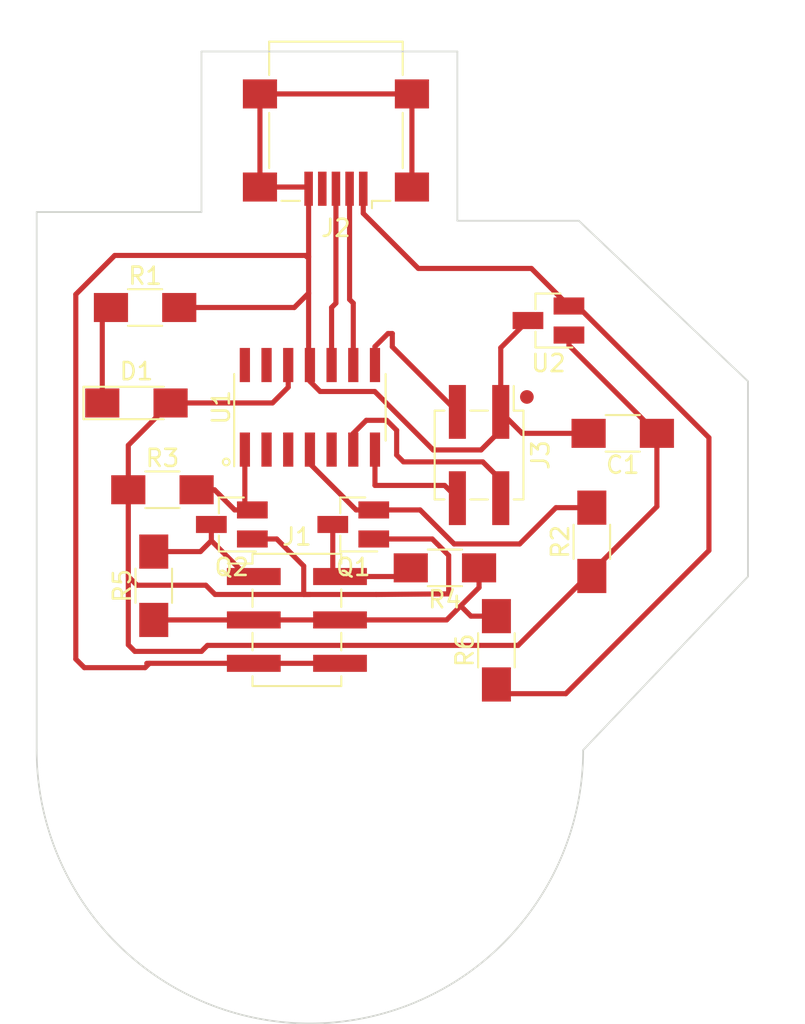
<source format=kicad_pcb>
(kicad_pcb (version 20211014) (generator pcbnew)
  (layers (0 "F.Cu" signal) (31 "B.Cu" signal) (34 "B.Paste" user) (35 "F.Paste" user) (36 "B.SilkS" user "B.Silkscreen") (37 "F.SilkS" user "F.Silkscreen") (38 "B.Mask" user) (39 "F.Mask" user) (44 "Edge.Cuts" user))
  (net 0 "")
  (net 1 "gnd")
  (net 2 "vdd")
  (net 3 "mosfet2")
  (net 4 "mosfet1")
  (net 5 "5v")
  (net 6 "d-")
  (net 7 "d+")
  (net 9 "rst")
  (net 10 "dio")
  (net 11 "clk")
  (net 12 "pwm1")
  (net 13 "pwm2")
  (net 19 "Net-(D1-Pad1)")
  (footprint "Connector_USB:USB_Mini-B_Lumberg_2486_01_Horizontal" (layer "F.Cu") (at 145.542 65.278 180)
    (fp_text reference "J2" (at 0 -5) (layer "F.SilkS"))
    (fp_text value "USB_B_Micro")
    (fp_line (start -3.91 1.74) (end -3.91 -1.49) (layer "F.SilkS") (width 0.12))
    (fp_line (start 2.11 -3.41) (end 3.19 -3.41) (layer "F.SilkS") (width 0.12))
    (fp_line (start 3.91 1.74) (end 3.91 -1.49) (layer "F.SilkS") (width 0.12))
    (fp_line (start 3.91 5.91) (end 3.91 3.96) (layer "F.SilkS") (width 0.12))
    (fp_line (start -3.19 -3.41) (end -2.11 -3.41) (layer "F.SilkS") (width 0.12))
    (fp_line (start -3.91 5.91) (end -3.91 3.96) (layer "F.SilkS") (width 0.12))
    (fp_line (start 3.91 5.91) (end -3.91 5.91) (layer "F.SilkS") (width 0.12))
    (fp_line (start -2.11 -3.41) (end -2.11 -3.84) (layer "F.SilkS") (width 0.12))
    (pad "" np_thru_hole circle (at -2.2 0 180) (size 1 1) (drill 1) (layers *.Cu *.Mask))
    (pad "" np_thru_hole circle (at 2.2 0 180) (size 1 1) (drill 1) (layers *.Cu *.Mask))
    (pad "1" smd rect (at -1.6 -2.7 180) (size 0.5 2) (layers "F.Cu" "F.Paste" "F.Mask") (net 5 "5v"))
    (pad "2" smd rect (at -0.8 -2.7 180) (size 0.5 2) (layers "F.Cu" "F.Paste" "F.Mask") (net 6 "d-"))
    (pad "3" smd rect (at 0 -2.7 180) (size 0.5 2) (layers "F.Cu" "F.Paste" "F.Mask") (net 7 "d+"))
    (pad "4" smd rect (at 0.8 -2.7 180) (size 0.5 2) (layers "F.Cu" "F.Paste" "F.Mask"))
    (pad "5" smd rect (at 1.6 -2.7 180) (size 0.5 2) (layers "F.Cu" "F.Paste" "F.Mask") (net 1 "gnd"))
    (pad "6" smd rect (at -4.45 2.85 180) (size 2 1.7) (layers "F.Cu" "F.Paste" "F.Mask") (net 1 "gnd"))
    (pad "6" smd rect (at -4.45 -2.6 180) (size 2 1.7) (layers "F.Cu" "F.Paste" "F.Mask") (net 1 "gnd"))
    (pad "6" smd rect (at 4.45 2.85 180) (size 2 1.7) (layers "F.Cu" "F.Paste" "F.Mask") (net 1 "gnd"))
    (pad "6" smd rect (at 4.45 -2.6 180) (size 2 1.7) (layers "F.Cu" "F.Paste" "F.Mask") (net 1 "gnd"))
  )
  (footprint "fab:R_1206" (layer "F.Cu") (at 151.924 90.17 180)
    (fp_text reference "R4" (at 0 -1.85) (layer "F.SilkS"))
    (fp_text value "R")
    (fp_line (start -1 -1.07) (end 1 -1.07) (layer "F.SilkS") (width 0.12))
    (fp_line (start 1 1.07) (end -1 1.07) (layer "F.SilkS") (width 0.12))
    (pad "1" smd rect locked (at -2 0 180) (size 2 1.7) (layers "F.Cu" "F.Paste" "F.Mask") (net 5 "5v"))
    (pad "2" smd rect locked (at 2 0 180) (size 2 1.7) (layers "F.Cu" "F.Paste" "F.Mask") (net 4 "mosfet1"))
  )
  (footprint "fab:R_1206" (layer "F.Cu") (at 160.528 88.646 90)
    (fp_text reference "R2" (at 0 -1.85 90) (layer "F.SilkS"))
    (fp_text value "R")
    (fp_line (start 1 1.07) (end -1 1.07) (layer "F.SilkS") (width 0.12))
    (fp_line (start -1 -1.07) (end 1 -1.07) (layer "F.SilkS") (width 0.12))
    (pad "1" smd rect locked (at -2 0 90) (size 2 1.7) (layers "F.Cu" "F.Paste" "F.Mask") (net 2 "vdd"))
    (pad "2" smd rect locked (at 2 0 90) (size 2 1.7) (layers "F.Cu" "F.Paste" "F.Mask") (net 12 "pwm1"))
  )
  (footprint "fab:SOT-23" (layer "F.Cu") (at 157.988 75.692 180)
    (fp_text reference "U2" (at 0 -2.5) (layer "F.SilkS"))
    (fp_text value "Regulator_Linear_LM3480-3.3V-100mA")
    (fp_line (start 0.76 -1.58) (end 0.76 -0.65) (layer "F.SilkS") (width 0.12))
    (fp_line (start 0.76 -1.58) (end -1.4 -1.58) (layer "F.SilkS") (width 0.12))
    (fp_line (start 0.76 1.58) (end -0.7 1.58) (layer "F.SilkS") (width 0.12))
    (fp_line (start 0.76 1.58) (end 0.76 0.65) (layer "F.SilkS") (width 0.12))
    (pad "1" smd rect locked (at -1.2 -0.85 180) (size 1.8 1) (layers "F.Cu" "F.Paste" "F.Mask") (net 2 "vdd"))
    (pad "2" smd rect locked (at -1.2 0.85 180) (size 1.8 1) (layers "F.Cu" "F.Paste" "F.Mask") (net 5 "5v"))
    (pad "3" smd rect locked (at 1.2 0 180) (size 1.8 1) (layers "F.Cu" "F.Paste" "F.Mask") (net 1 "gnd"))
  )
  (footprint "fab:PinHeader_2x02_P2.54mm_Vertical_SMD" (layer "F.Cu") (at 153.924 83.566 -90)
    (fp_text reference "J3" (at 0 -3.6 90) (layer "F.SilkS"))
    (fp_text value "Conn_PinHeader_2x02_P2.54mm_Vertical_SMD")
    (fp_circle (center -3.4 -2.8) (end -3.1 -2.8) (layer "F.Cu") (width 0.2) (fill solid))
    (fp_line (start 2.6 -2.6) (end 2.6 -2.03) (layer "F.SilkS") (width 0.12))
    (fp_line (start -2.6 -2.6) (end -2.6 -2.03) (layer "F.SilkS") (width 0.12))
    (fp_line (start 2.6 2.03) (end 2.6 2.6) (layer "F.SilkS") (width 0.12))
    (fp_line (start -2.6 2.6) (end 2.6 2.6) (layer "F.SilkS") (width 0.12))
    (fp_line (start -2.6 2.03) (end -2.6 2.6) (layer "F.SilkS") (width 0.12))
    (fp_line (start 2.6 -0.51) (end 2.6 0.51) (layer "F.SilkS") (width 0.12))
    (fp_line (start -4.04 -2.03) (end -2.6 -2.03) (layer "F.SilkS") (width 0.12))
    (fp_line (start -2.6 -0.51) (end -2.6 0.51) (layer "F.SilkS") (width 0.12))
    (fp_line (start -2.6 -2.6) (end 2.6 -2.6) (layer "F.SilkS") (width 0.12))
    (pad "1" smd rect locked (at -2.525 -1.27 270) (size 3.15 1) (layers "F.Cu" "F.Paste" "F.Mask") (net 1 "gnd"))
    (pad "2" smd rect locked (at 2.525 -1.27 270) (size 3.15 1) (layers "F.Cu" "F.Paste" "F.Mask") (net 9 "rst"))
    (pad "3" smd rect locked (at -2.525 1.27 270) (size 3.15 1) (layers "F.Cu" "F.Paste" "F.Mask") (net 10 "dio"))
    (pad "4" smd rect locked (at 2.525 1.27 270) (size 3.15 1) (layers "F.Cu" "F.Paste" "F.Mask") (net 11 "clk"))
  )
  (footprint "fab:LED_1206" (layer "F.Cu") (at 133.858 80.518)
    (fp_text reference "D1" (at 0 -1.85) (layer "F.SilkS"))
    (fp_text value "LED")
    (fp_line (start -3.1 -0.95) (end 1.6 -0.95) (layer "F.SilkS") (width 0.12))
    (fp_line (start -3.1 -0.95) (end -3.1 0.95) (layer "F.SilkS") (width 0.12))
    (fp_line (start -3.1 0.95) (end 1.6 0.95) (layer "F.SilkS") (width 0.12))
    (pad "1" smd rect locked (at -2 0) (size 2 1.7) (layers "F.Cu" "F.Paste" "F.Mask") (net 19 "Net-(D1-Pad1)"))
    (pad "2" smd rect locked (at 2 0) (size 2 1.7) (layers "F.Cu" "F.Paste" "F.Mask") (net 2 "vdd"))
  )
  (footprint "fab:R_1206" (layer "F.Cu") (at 134.874 91.218 90)
    (fp_text reference "R5" (at 0 -1.85 90) (layer "F.SilkS"))
    (fp_text value "R")
    (fp_line (start 1 1.07) (end -1 1.07) (layer "F.SilkS") (width 0.12))
    (fp_line (start -1 -1.07) (end 1 -1.07) (layer "F.SilkS") (width 0.12))
    (pad "1" smd rect locked (at -2 0 90) (size 2 1.7) (layers "F.Cu" "F.Paste" "F.Mask") (net 5 "5v"))
    (pad "2" smd rect locked (at 2 0 90) (size 2 1.7) (layers "F.Cu" "F.Paste" "F.Mask") (net 3 "mosfet2"))
  )
  (footprint "fab:R_1206" (layer "F.Cu") (at 134.366 74.93)
    (fp_text reference "R1" (at 0 -1.85) (layer "F.SilkS"))
    (fp_text value "R")
    (fp_line (start -1 -1.07) (end 1 -1.07) (layer "F.SilkS") (width 0.12))
    (fp_line (start 1 1.07) (end -1 1.07) (layer "F.SilkS") (width 0.12))
    (pad "1" smd rect locked (at -2 0) (size 2 1.7) (layers "F.Cu" "F.Paste" "F.Mask") (net 19 "Net-(D1-Pad1)"))
    (pad "2" smd rect locked (at 2 0) (size 2 1.7) (layers "F.Cu" "F.Paste" "F.Mask") (net 1 "gnd"))
  )
  (footprint "fab:SOT-23" (layer "F.Cu") (at 146.558 87.63 180)
    (fp_text reference "Q1" (at 0 -2.5) (layer "F.SilkS"))
    (fp_text value "MOSFET_N-CH_30V_1.7A")
    (fp_line (start 0.76 1.58) (end -0.7 1.58) (layer "F.SilkS") (width 0.12))
    (fp_line (start 0.76 -1.58) (end -1.4 -1.58) (layer "F.SilkS") (width 0.12))
    (fp_line (start 0.76 -1.58) (end 0.76 -0.65) (layer "F.SilkS") (width 0.12))
    (fp_line (start 0.76 1.58) (end 0.76 0.65) (layer "F.SilkS") (width 0.12))
    (pad "1" smd rect locked (at -1.2 -0.85 180) (size 1.8 1) (layers "F.Cu" "F.Paste" "F.Mask") (net 2 "vdd"))
    (pad "2" smd rect locked (at -1.2 0.85 180) (size 1.8 1) (layers "F.Cu" "F.Paste" "F.Mask") (net 12 "pwm1"))
    (pad "3" smd rect locked (at 1.2 0 180) (size 1.8 1) (layers "F.Cu" "F.Paste" "F.Mask") (net 4 "mosfet1"))
  )
  (footprint "fab:PinHeader_2x03_P2.54mm_Vertical_SMD" (layer "F.Cu") (at 143.256 93.218)
    (fp_text reference "J1" (at 0 -4.87) (layer "F.SilkS"))
    (fp_text value "Conn_PinHeader_2x03_P2.54mm_Vertical_SMD")
    (fp_line (start -4.04 -3.3) (end -2.6 -3.3) (layer "F.SilkS") (width 0.12))
    (fp_line (start -2.6 -3.87) (end 2.6 -3.87) (layer "F.SilkS") (width 0.12))
    (fp_line (start 2.6 0.76) (end 2.6 1.78) (layer "F.SilkS") (width 0.12))
    (fp_line (start -2.6 3.3) (end -2.6 3.87) (layer "F.SilkS") (width 0.12))
    (fp_line (start 2.6 -3.87) (end 2.6 -3.3) (layer "F.SilkS") (width 0.12))
    (fp_line (start -2.6 0.76) (end -2.6 1.78) (layer "F.SilkS") (width 0.12))
    (fp_line (start -2.6 -1.78) (end -2.6 -0.76) (layer "F.SilkS") (width 0.12))
    (fp_line (start -2.6 -3.87) (end -2.6 -3.3) (layer "F.SilkS") (width 0.12))
    (fp_line (start 2.6 -1.78) (end 2.6 -0.76) (layer "F.SilkS") (width 0.12))
    (fp_line (start 2.6 3.3) (end 2.6 3.87) (layer "F.SilkS") (width 0.12))
    (fp_line (start -2.6 3.87) (end 2.6 3.87) (layer "F.SilkS") (width 0.12))
    (pad "1" smd rect locked (at -2.525 -2.54) (size 3.15 1) (layers "F.Cu" "F.Paste" "F.Mask") (net 3 "mosfet2"))
    (pad "2" smd rect locked (at 2.525 -2.54) (size 3.15 1) (layers "F.Cu" "F.Paste" "F.Mask") (net 4 "mosfet1"))
    (pad "3" smd rect locked (at -2.525 0) (size 3.15 1) (layers "F.Cu" "F.Paste" "F.Mask") (net 5 "5v"))
    (pad "4" smd rect locked (at 2.525 0) (size 3.15 1) (layers "F.Cu" "F.Paste" "F.Mask") (net 5 "5v"))
    (pad "5" smd rect locked (at -2.525 2.54) (size 3.15 1) (layers "F.Cu" "F.Paste" "F.Mask") (net 1 "gnd"))
    (pad "6" smd rect locked (at 2.525 2.54) (size 3.15 1) (layers "F.Cu" "F.Paste" "F.Mask") (net 1 "gnd"))
  )
  (footprint "fab:SOIC-14_3.9x8.7mm_P1.27mm" (layer "F.Cu") (at 144.018 80.772 90)
    (fp_text reference "U1" (at 0 -5.2 90) (layer "F.SilkS"))
    (fp_text value "Microcontroller_ATSAMD11C14A-SSUT")
    (fp_line (start 0 4.435) (end 1.95 4.435) (layer "F.SilkS") (width 0.12))
    (fp_line (start 0 -4.435) (end -3.45 -4.435) (layer "F.SilkS") (width 0.12))
    (fp_line (start 0 4.435) (end -1.95 4.435) (layer "F.SilkS") (width 0.12))
    (fp_line (start 0 -4.435) (end 1.95 -4.435) (layer "F.SilkS") (width 0.12))
    (fp_circle (center -3.2 -4.9) (end -3.2 -4.7) (layer "F.SilkS") (width 0.12) (fill none))
    (pad "1" smd rect (at -2.475 -3.81 90) (size 2 0.6) (layers "F.Cu" "F.Paste" "F.Mask") (net 13 "pwm2"))
    (pad "2" smd rect (at -2.475 -2.54 90) (size 2 0.6) (layers "F.Cu" "F.Paste" "F.Mask"))
    (pad "3" smd rect (at -2.475 -1.27 90) (size 2 0.6) (layers "F.Cu" "F.Paste" "F.Mask"))
    (pad "4" smd rect (at -2.475 0 90) (size 2 0.6) (layers "F.Cu" "F.Paste" "F.Mask") (net 12 "pwm1"))
    (pad "5" smd rect (at -2.475 1.27 90) (size 2 0.6) (layers "F.Cu" "F.Paste" "F.Mask"))
    (pad "6" smd rect (at -2.475 2.54 90) (size 2 0.6) (layers "F.Cu" "F.Paste" "F.Mask") (net 9 "rst"))
    (pad "7" smd rect (at -2.475 3.81 90) (size 2 0.6) (layers "F.Cu" "F.Paste" "F.Mask") (net 11 "clk"))
    (pad "8" smd rect (at 2.475 3.81 90) (size 2 0.6) (layers "F.Cu" "F.Paste" "F.Mask") (net 10 "dio"))
    (pad "9" smd rect (at 2.475 2.54 90) (size 2 0.6) (layers "F.Cu" "F.Paste" "F.Mask") (net 6 "d-"))
    (pad "10" smd rect (at 2.475 1.27 90) (size 2 0.6) (layers "F.Cu" "F.Paste" "F.Mask") (net 7 "d+"))
    (pad "11" smd rect (at 2.475 0 90) (size 2 0.6) (layers "F.Cu" "F.Paste" "F.Mask") (net 1 "gnd"))
    (pad "12" smd rect (at 2.475 -1.27 90) (size 2 0.6) (layers "F.Cu" "F.Paste" "F.Mask") (net 2 "vdd"))
    (pad "13" smd rect (at 2.475 -2.54 90) (size 2 0.6) (layers "F.Cu" "F.Paste" "F.Mask"))
    (pad "14" smd rect (at 2.475 -3.81 90) (size 2 0.6) (layers "F.Cu" "F.Paste" "F.Mask"))
  )
  (footprint "fab:C_1206" (layer "F.Cu") (at 162.338 82.296 180)
    (fp_text reference "C1" (at 0 -1.85) (layer "F.SilkS"))
    (fp_text value "C")
    (fp_line (start 1 1.07) (end -1 1.07) (layer "F.SilkS") (width 0.12))
    (fp_line (start -1 -1.07) (end 1 -1.07) (layer "F.SilkS") (width 0.12))
    (pad "1" smd rect locked (at -2 0 180) (size 2 1.7) (layers "F.Cu" "F.Paste" "F.Mask") (net 2 "vdd"))
    (pad "2" smd rect locked (at 2 0 180) (size 2 1.7) (layers "F.Cu" "F.Paste" "F.Mask") (net 1 "gnd"))
  )
  (footprint "fab:R_1206" (layer "F.Cu") (at 135.382 85.598)
    (fp_text reference "R3" (at 0 -1.85) (layer "F.SilkS"))
    (fp_text value "R")
    (fp_line (start 1 1.07) (end -1 1.07) (layer "F.SilkS") (width 0.12))
    (fp_line (start -1 -1.07) (end 1 -1.07) (layer "F.SilkS") (width 0.12))
    (pad "1" smd rect locked (at -2 0) (size 2 1.7) (layers "F.Cu" "F.Paste" "F.Mask") (net 2 "vdd"))
    (pad "2" smd rect locked (at 2 0) (size 2 1.7) (layers "F.Cu" "F.Paste" "F.Mask") (net 13 "pwm2"))
  )
  (footprint "fab:R_1206" (layer "F.Cu") (at 154.94 94.996 90)
    (fp_text reference "R6" (at 0 -1.85 90) (layer "F.SilkS"))
    (fp_text value "R")
    (fp_line (start 1 1.07) (end -1 1.07) (layer "F.SilkS") (width 0.12))
    (fp_line (start -1 -1.07) (end 1 -1.07) (layer "F.SilkS") (width 0.12))
    (pad "1" smd rect locked (at -2 0 90) (size 2 1.7) (layers "F.Cu" "F.Paste" "F.Mask") (net 5 "5v"))
    (pad "2" smd rect locked (at 2 0 90) (size 2 1.7) (layers "F.Cu" "F.Paste" "F.Mask") (net 5 "5v"))
  )
  (footprint "fab:SOT-23" (layer "F.Cu") (at 139.446 87.63 180)
    (fp_text reference "Q2" (at 0 -2.5) (layer "F.SilkS"))
    (fp_text value "MOSFET_N-CH_30V_1.7A")
    (fp_line (start 0.76 1.58) (end 0.76 0.65) (layer "F.SilkS") (width 0.12))
    (fp_line (start 0.76 1.58) (end -0.7 1.58) (layer "F.SilkS") (width 0.12))
    (fp_line (start 0.76 -1.58) (end -1.4 -1.58) (layer "F.SilkS") (width 0.12))
    (fp_line (start 0.76 -1.58) (end 0.76 -0.65) (layer "F.SilkS") (width 0.12))
    (pad "1" smd rect locked (at -1.2 -0.85 180) (size 1.8 1) (layers "F.Cu" "F.Paste" "F.Mask") (net 2 "vdd"))
    (pad "2" smd rect locked (at -1.2 0.85 180) (size 1.8 1) (layers "F.Cu" "F.Paste" "F.Mask") (net 13 "pwm2"))
    (pad "3" smd rect locked (at 1.2 0 180) (size 1.8 1) (layers "F.Cu" "F.Paste" "F.Mask") (net 3 "mosfet2"))
  )
  (gr_line (start 169.672 90.678) (end 160.02 100.838) (layer "Edge.Cuts") (width 0.1))
  (gr_line (start 169.672 79.248) (end 169.672 90.678) (layer "Edge.Cuts") (width 0.1))
  (gr_line (start 128.016 69.342) (end 137.668 69.342) (layer "Edge.Cuts") (width 0.1))
  (gr_line (start 152.654 59.944) (end 152.654 69.85) (layer "Edge.Cuts") (width 0.1))
  (gr_line (start 128.016 100.838) (end 128.016 69.342) (layer "Edge.Cuts") (width 0.1))
  (gr_line (start 159.766 69.85) (end 169.672 79.248) (layer "Edge.Cuts") (width 0.1))
  (gr_line (start 137.668 59.944) (end 152.654 59.944) (layer "Edge.Cuts") (width 0.1))
  (gr_line (start 152.654 69.85) (end 159.766 69.85) (layer "Edge.Cuts") (width 0.1))
  (gr_line (start 137.668 69.342) (end 137.668 59.944) (layer "Edge.Cuts") (width 0.1))
  (gr_arc (start 160.02 100.838) (mid 144.018 116.84) (end 128.016 100.838) (layer "Edge.Cuts") (width 0.1))
  (segment (start 154.043031 83.266969) (end 151.236261 83.266969) (width 0.3) (layer "F.Cu") (net 1))
  (segment (start 147.815803 79.846511) (end 144.616511 79.846511) (width 0.3) (layer "F.Cu") (net 1))
  (segment (start 143.842 67.878) (end 143.942 67.978) (width 0.3) (layer "F.Cu") (net 1))
  (segment (start 143.942 71.958) (end 143.84 71.958) (width 0.3) (layer "F.Cu") (net 1))
  (segment (start 143.942 67.978) (end 143.942 71.958) (width 0.3) (layer "F.Cu") (net 1))
  (segment (start 132.588 71.882) (end 130.308489 74.161511) (width 0.3) (layer "F.Cu") (net 1))
  (segment (start 130.81 96.012) (end 134.366 96.012) (width 0.3) (layer "F.Cu") (net 1))
  (segment (start 144.018 79.248) (end 144.018 78.297) (width 0.3) (layer "F.Cu") (net 1))
  (segment (start 145.781 95.758) (end 140.731 95.758) (width 0.3) (layer "F.Cu") (net 1))
  (segment (start 156.449 82.296) (end 155.194 81.041) (width 0.3) (layer "F.Cu") (net 1))
  (segment (start 156.788 75.692) (end 155.194 77.286) (width 0.3) (layer "F.Cu") (net 1))
  (segment (start 143.84 71.958) (end 143.764 71.882) (width 0.3) (layer "F.Cu") (net 1))
  (segment (start 143.942 71.958) (end 143.942 74.092) (width 0.3) (layer "F.Cu") (net 1))
  (segment (start 143.942 78.221) (end 144.018 78.297) (width 0.3) (layer "F.Cu") (net 1))
  (segment (start 155.194 82.116) (end 154.043031 83.266969) (width 0.3) (layer "F.Cu") (net 1))
  (segment (start 130.308489 95.510489) (end 130.81 96.012) (width 0.3) (layer "F.Cu") (net 1))
  (segment (start 130.308489 74.161511) (end 130.308489 95.510489) (width 0.3) (layer "F.Cu") (net 1))
  (segment (start 149.992 67.878) (end 149.992 62.428) (width 0.3) (layer "F.Cu") (net 1))
  (segment (start 136.366 74.93) (end 143.104 74.93) (width 0.3) (layer "F.Cu") (net 1))
  (segment (start 134.62 95.758) (end 134.464978 95.758) (width 0.3) (layer "F.Cu") (net 1))
  (segment (start 143.104 74.93) (end 143.942 74.092) (width 0.3) (layer "F.Cu") (net 1))
  (segment (start 155.194 81.041) (end 155.194 82.116) (width 0.3) (layer "F.Cu") (net 1))
  (segment (start 160.338 82.296) (end 156.449 82.296) (width 0.3) (layer "F.Cu") (net 1))
  (segment (start 144.616511 79.846511) (end 144.018 79.248) (width 0.3) (layer "F.Cu") (net 1))
  (segment (start 149.992 62.428) (end 141.092 62.428) (width 0.3) (layer "F.Cu") (net 1))
  (segment (start 134.366 96.012) (end 134.62 95.758) (width 0.3) (layer "F.Cu") (net 1))
  (segment (start 143.942 74.092) (end 143.942 78.221) (width 0.3) (layer "F.Cu") (net 1))
  (segment (start 140.731 95.758) (end 134.62 95.758) (width 0.3) (layer "F.Cu") (net 1))
  (segment (start 155.194 77.286) (end 155.194 81.041) (width 0.3) (layer "F.Cu") (net 1))
  (segment (start 141.092 62.428) (end 141.092 67.878) (width 0.3) (layer "F.Cu") (net 1))
  (segment (start 141.092 67.878) (end 143.842 67.878) (width 0.3) (layer "F.Cu") (net 1))
  (segment (start 151.236261 83.266969) (end 147.815803 79.846511) (width 0.3) (layer "F.Cu") (net 1))
  (segment (start 143.764 71.882) (end 132.588 71.882) (width 0.3) (layer "F.Cu") (net 1))
  (segment (start 151.183022 88.48) (end 147.758 88.48) (width 0.3) (layer "F.Cu") (net 2))
  (segment (start 133.382 85.598) (end 133.382 90.675022) (width 0.3) (layer "F.Cu") (net 2))
  (segment (start 138.017991 94.708489) (end 156.211511 94.708489) (width 0.3) (layer "F.Cu") (net 2))
  (segment (start 133.892978 91.186) (end 137.922 91.186) (width 0.3) (layer "F.Cu") (net 2))
  (segment (start 141.827 80.518) (end 142.748 79.597) (width 0.3) (layer "F.Cu") (net 2))
  (segment (start 133.765458 95.05848) (end 137.668 95.05848) (width 0.3) (layer "F.Cu") (net 2))
  (segment (start 133.382 85.598) (end 133.382 94.675022) (width 0.3) (layer "F.Cu") (net 2))
  (segment (start 133.382 90.675022) (end 133.892978 91.186) (width 0.3) (layer "F.Cu") (net 2))
  (segment (start 156.211511 94.708489) (end 157.226 93.694) (width 0.3) (layer "F.Cu") (net 2))
  (segment (start 133.382 85.598) (end 133.382 82.994) (width 0.3) (layer "F.Cu") (net 2))
  (segment (start 142.074 88.48) (end 143.656489 90.062489) (width 0.3) (layer "F.Cu") (net 2))
  (segment (start 140.646 88.48) (end 142.074 88.48) (width 0.3) (layer "F.Cu") (net 2))
  (segment (start 142.748 79.597) (end 142.748 78.297) (width 0.3) (layer "F.Cu") (net 2))
  (segment (start 137.922 91.186) (end 138.463511 91.727511) (width 0.3) (layer "F.Cu") (net 2))
  (segment (start 143.656489 91.727511) (end 147.905511 91.727511) (width 0.3) (layer "F.Cu") (net 2))
  (segment (start 138.463511 91.727511) (end 144.018 91.727511) (width 0.3) (layer "F.Cu") (net 2))
  (segment (start 159.188 77.146) (end 159.188 76.542) (width 0.3) (layer "F.Cu") (net 2))
  (segment (start 143.656489 90.062489) (end 143.656489 91.727511) (width 0.3) (layer "F.Cu") (net 2))
  (segment (start 164.338 86.582) (end 157.226 93.694) (width 0.3) (layer "F.Cu") (net 2))
  (segment (start 147.905511 91.727511) (end 152.146 91.694) (width 0.3) (layer "F.Cu") (net 2))
  (segment (start 135.858 80.518) (end 141.827 80.518) (width 0.3) (layer "F.Cu") (net 2))
  (segment (start 164.338 82.296) (end 159.188 77.146) (width 0.3) (layer "F.Cu") (net 2))
  (segment (start 152.146 89.442978) (end 151.183022 88.48) (width 0.3) (layer "F.Cu") (net 2))
  (segment (start 164.338 82.296) (end 164.338 86.582) (width 0.3) (layer "F.Cu") (net 2))
  (segment (start 133.382 82.994) (end 135.858 80.518) (width 0.3) (layer "F.Cu") (net 2))
  (segment (start 152.146 91.694) (end 152.146 89.442978) (width 0.3) (layer "F.Cu") (net 2))
  (segment (start 133.382 94.675022) (end 133.765458 95.05848) (width 0.3) (layer "F.Cu") (net 2))
  (segment (start 137.668 95.05848) (end 138.017991 94.708489) (width 0.3) (layer "F.Cu") (net 2))
  (segment (start 148.082 88.804) (end 147.758 88.48) (width 0.3) (layer "F.Cu") (net 2))
  (segment (start 134.874 89.218) (end 137.607022 89.218) (width 0.3) (layer "F.Cu") (net 3))
  (segment (start 140.344978 90.678) (end 140.731 90.678) (width 0.3) (layer "F.Cu") (net 3))
  (segment (start 137.607022 89.218) (end 138.246 88.579022) (width 0.3) (layer "F.Cu") (net 3))
  (segment (start 138.246 88.579022) (end 140.344978 90.678) (width 0.3) (layer "F.Cu") (net 3))
  (segment (start 138.246 87.63) (end 138.246 88.579022) (width 0.3) (layer "F.Cu") (net 3))
  (segment (start 145.358 87.63) (end 145.358 90.255) (width 0.3) (layer "F.Cu") (net 4))
  (segment (start 145.358 90.255) (end 145.781 90.678) (width 0.3) (layer "F.Cu") (net 4))
  (segment (start 149.416 90.678) (end 149.924 90.17) (width 0.3) (layer "F.Cu") (net 4))
  (segment (start 145.781 90.678) (end 149.416 90.678) (width 0.3) (layer "F.Cu") (net 4))
  (segment (start 145.781 93.218) (end 140.731 93.218) (width 0.3) (layer "F.Cu") (net 5))
  (segment (start 156.99 72.644) (end 150.368 72.644) (width 0.3) (layer "F.Cu") (net 5))
  (segment (start 153.924 90.17) (end 153.924 91.32) (width 0.3) (layer "F.Cu") (net 5))
  (segment (start 150.368 72.644) (end 147.142 69.418) (width 0.3) (layer "F.Cu") (net 5))
  (segment (start 147.142 69.418) (end 147.142 67.978) (width 0.3) (layer "F.Cu") (net 5))
  (segment (start 167.386 82.55) (end 159.678 74.842) (width 0.3) (layer "F.Cu") (net 5))
  (segment (start 153.924 91.32) (end 152.848 92.396) (width 0.3) (layer "F.Cu") (net 5))
  (segment (start 159.678 74.842) (end 159.188 74.842) (width 0.3) (layer "F.Cu") (net 5))
  (segment (start 159.004 97.536) (end 167.386 89.154) (width 0.3) (layer "F.Cu") (net 5))
  (segment (start 167.386 89.154) (end 167.386 82.55) (width 0.3) (layer "F.Cu") (net 5))
  (segment (start 152.026 93.218) (end 145.781 93.218) (width 0.3) (layer "F.Cu") (net 5))
  (segment (start 134.874 93.218) (end 140.731 93.218) (width 0.3) (layer "F.Cu") (net 5))
  (segment (start 152.848 92.396) (end 152.026 93.218) (width 0.3) (layer "F.Cu") (net 5))
  (segment (start 153.448 92.996) (end 154.94 92.996) (width 0.3) (layer "F.Cu") (net 5))
  (segment (start 155.194 97.536) (end 159.004 97.536) (width 0.3) (layer "F.Cu") (net 5))
  (segment (start 152.848 92.396) (end 153.448 92.996) (width 0.3) (layer "F.Cu") (net 5))
  (segment (start 159.188 74.842) (end 156.99 72.644) (width 0.3) (layer "F.Cu") (net 5))
  (segment (start 146.342 74.46) (end 146.558 74.676) (width 0.3) (layer "F.Cu") (net 6))
  (segment (start 146.558 74.676) (end 146.558 78.297) (width 0.3) (layer "F.Cu") (net 6))
  (segment (start 146.342 67.978) (end 146.342 74.46) (width 0.3) (layer "F.Cu") (net 6))
  (segment (start 145.288 74.93) (end 145.288 78.297) (width 0.3) (layer "F.Cu") (net 7))
  (segment (start 145.542 74.676) (end 145.288 74.93) (width 0.3) (layer "F.Cu") (net 7))
  (segment (start 145.542 67.978) (end 145.542 74.676) (width 0.3) (layer "F.Cu") (net 7))
  (segment (start 155.194 85.016) (end 154.144489 83.966489) (width 0.3) (layer "F.Cu") (net 9))
  (segment (start 154.144489 83.966489) (end 149.498489 83.966489) (width 0.3) (layer "F.Cu") (net 9))
  (segment (start 149.098 82.117978) (end 148.514022 81.534) (width 0.3) (layer "F.Cu") (net 9))
  (segment (start 147.32 81.534) (end 146.558 82.296) (width 0.3) (layer "F.Cu") (net 9))
  (segment (start 149.498489 83.966489) (end 149.098 83.566) (width 0.3) (layer "F.Cu") (net 9))
  (segment (start 149.098 83.566) (end 149.098 82.117978) (width 0.3) (layer "F.Cu") (net 9))
  (segment (start 146.558 82.296) (end 146.558 83.247) (width 0.3) (layer "F.Cu") (net 9))
  (segment (start 148.514022 81.534) (end 147.32 81.534) (width 0.3) (layer "F.Cu") (net 9))
  (segment (start 155.194 86.091) (end 155.194 85.016) (width 0.3) (layer "F.Cu") (net 9))
  (segment (start 148.59 76.454) (end 147.828 77.216) (width 0.3) (layer "F.Cu") (net 10))
  (segment (start 152.654 81.041) (end 148.844 77.231) (width 0.3) (layer "F.Cu") (net 10))
  (segment (start 148.844 76.454) (end 148.59 76.454) (width 0.3) (layer "F.Cu") (net 10))
  (segment (start 148.844 77.231) (end 148.844 76.454) (width 0.3) (layer "F.Cu") (net 10))
  (segment (start 147.828 77.216) (end 147.828 78.297) (width 0.3) (layer "F.Cu") (net 10))
  (segment (start 152.654 86.091) (end 151.907 85.344) (width 0.3) (layer "F.Cu") (net 11))
  (segment (start 147.828 85.344) (end 147.828 83.247) (width 0.3) (layer "F.Cu") (net 11))
  (segment (start 151.907 85.344) (end 147.828 85.344) (width 0.3) (layer "F.Cu") (net 11))
  (segment (start 152.462781 88.770489) (end 156.302489 88.770489) (width 0.3) (layer "F.Cu") (net 12))
  (segment (start 147.758 86.78) (end 146.724 86.78) (width 0.3) (layer "F.Cu") (net 12))
  (segment (start 147.758 86.78) (end 150.472292 86.78) (width 0.3) (layer "F.Cu") (net 12))
  (segment (start 146.724 86.78) (end 144.018 84.074) (width 0.3) (layer "F.Cu") (net 12))
  (segment (start 150.472292 86.78) (end 152.462781 88.770489) (width 0.3) (layer "F.Cu") (net 12))
  (segment (start 144.018 84.074) (end 144.018 83.247) (width 0.3) (layer "F.Cu") (net 12))
  (segment (start 158.426978 86.646) (end 160.528 86.646) (width 0.3) (layer "F.Cu") (net 12))
  (segment (start 156.302489 88.770489) (end 158.426978 86.646) (width 0.3) (layer "F.Cu") (net 12))
  (segment (start 140.208 86.342) (end 140.208 83.247) (width 0.3) (layer "F.Cu") (net 13))
  (segment (start 140.646 86.78) (end 140.208 86.342) (width 0.3) (layer "F.Cu") (net 13))
  (segment (start 138.43 85.598) (end 139.612 86.78) (width 0.3) (layer "F.Cu") (net 13))
  (segment (start 137.382 85.598) (end 138.43 85.598) (width 0.3) (layer "F.Cu") (net 13))
  (segment (start 139.612 86.78) (end 140.646 86.78) (width 0.3) (layer "F.Cu") (net 13))
  (segment (start 131.858 80.518) (end 131.858 75.438) (width 0.3) (layer "F.Cu") (net 19))
  (segment (start 131.858 75.438) (end 132.366 74.93) (width 0.3) (layer "F.Cu") (net 19))
)
</source>
